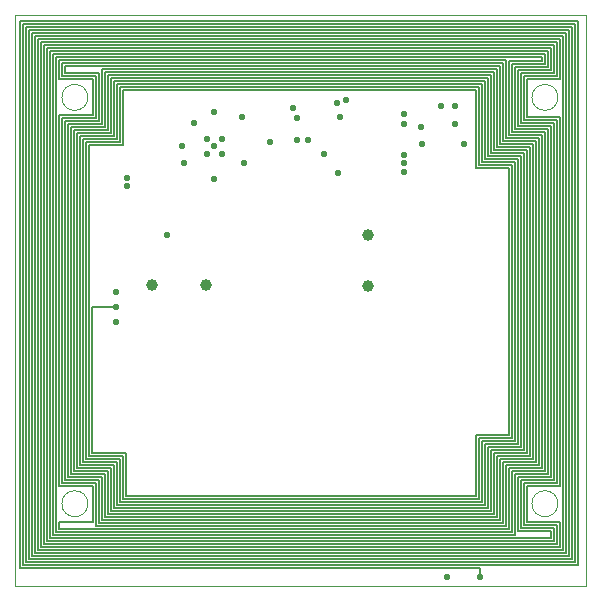
<source format=gbr>
%TF.GenerationSoftware,KiCad,Pcbnew,(5.1.4)-1*%
%TF.CreationDate,2019-12-19T17:33:09-07:00*%
%TF.ProjectId,SolarCellX_v3,536f6c61-7243-4656-9c6c-585f76332e6b,rev?*%
%TF.SameCoordinates,Original*%
%TF.FileFunction,Copper,L3,Inr*%
%TF.FilePolarity,Positive*%
%FSLAX46Y46*%
G04 Gerber Fmt 4.6, Leading zero omitted, Abs format (unit mm)*
G04 Created by KiCad (PCBNEW (5.1.4)-1) date 2019-12-19 17:33:09*
%MOMM*%
%LPD*%
G04 APERTURE LIST*
%ADD10C,0.050000*%
%ADD11C,1.000000*%
%ADD12C,0.584200*%
%ADD13C,0.127000*%
G04 APERTURE END LIST*
D10*
X96200000Y-47000000D02*
G75*
G03X96200000Y-47000000I-1100000J0D01*
G01*
X96200000Y-81400000D02*
G75*
G03X96200000Y-81400000I-1100000J0D01*
G01*
X136000000Y-81400000D02*
G75*
G03X136000000Y-81400000I-1100000J0D01*
G01*
X136000000Y-47000000D02*
G75*
G03X136000000Y-47000000I-1100000J0D01*
G01*
X90000000Y-88400000D02*
X138400000Y-88400000D01*
X90000000Y-88400000D02*
X90000000Y-40000000D01*
X138400000Y-40000000D02*
X138400000Y-88400000D01*
X90000000Y-40000000D02*
X138400000Y-40000000D01*
D11*
X101600000Y-62865000D03*
X106172000Y-62865000D03*
X119888000Y-58674000D03*
X119888000Y-62992000D03*
D12*
X106253260Y-51754256D03*
X107523260Y-51754256D03*
X106253260Y-50509656D03*
X109410500Y-52514500D03*
X107530900Y-50485040D03*
X106923840Y-51092100D03*
X104302012Y-52519693D03*
X122999500Y-53276500D03*
X122999500Y-52578000D03*
X122999500Y-51879500D03*
X122999500Y-49276000D03*
X124523500Y-50927000D03*
X122999500Y-48387000D03*
X124396500Y-49466500D03*
X117537610Y-48650791D03*
X117348000Y-53403500D03*
X128079500Y-50927000D03*
X126111000Y-47752000D03*
X127317500Y-47752000D03*
X118047740Y-47243775D03*
X127317500Y-49276000D03*
X117284500Y-47434502D03*
X105156000Y-49149000D03*
X111633000Y-50800000D03*
X113919000Y-48768000D03*
X116205000Y-51752500D03*
X106870500Y-48260000D03*
X109232672Y-48653690D03*
X104144156Y-51144656D03*
X102933500Y-58674000D03*
X99504500Y-53848000D03*
X99504500Y-54483000D03*
X126619000Y-87630000D03*
X98552000Y-64770000D03*
X98552000Y-63500000D03*
X98552000Y-66040000D03*
X129413000Y-87630000D03*
X113919000Y-50609500D03*
X114871500Y-50609500D03*
X106913660Y-53938656D03*
X113538000Y-47879000D03*
D13*
X130556000Y-82296000D02*
X129921000Y-82296000D01*
X130556000Y-77089000D02*
X130556000Y-82296000D01*
X133350000Y-77089000D02*
X130556000Y-77089000D01*
X133350000Y-51435000D02*
X133350000Y-77089000D01*
X130556000Y-51435000D02*
X133350000Y-51435000D01*
X130556000Y-44831000D02*
X130556000Y-51435000D01*
X97409000Y-44577000D02*
X130810000Y-44577000D01*
X97663000Y-82550000D02*
X97663000Y-78867000D01*
X131064000Y-82804000D02*
X97409000Y-82804000D01*
X130048000Y-82296000D02*
X129921000Y-82296000D01*
X131064000Y-77597000D02*
X131064000Y-82804000D01*
X96901000Y-79629000D02*
X93980000Y-79629000D01*
X133604000Y-51181000D02*
X133604000Y-77343000D01*
X94488000Y-79121000D02*
X94488000Y-49276000D01*
X97663000Y-44831000D02*
X130556000Y-44831000D01*
X94488000Y-49276000D02*
X97409000Y-49276000D01*
X131318000Y-44069000D02*
X131318000Y-50673000D01*
X97155000Y-49022000D02*
X97155000Y-44958000D01*
X133858000Y-50927000D02*
X133858000Y-77597000D01*
X93980000Y-79629000D02*
X93980000Y-48768000D01*
X93980000Y-48768000D02*
X96901000Y-48768000D01*
X96901000Y-48768000D02*
X96901000Y-45212000D01*
X96901000Y-45212000D02*
X93980000Y-45212000D01*
X93980000Y-45212000D02*
X93980000Y-44069000D01*
X93980000Y-44069000D02*
X131318000Y-44069000D01*
X131318000Y-50673000D02*
X134112000Y-50673000D01*
X134112000Y-50673000D02*
X134112000Y-77851000D01*
X134112000Y-77851000D02*
X131318000Y-77851000D01*
X131318000Y-77851000D02*
X131318000Y-83058000D01*
X131318000Y-83058000D02*
X97155000Y-83058000D01*
X97155000Y-79375000D02*
X94234000Y-79375000D01*
X94234000Y-79375000D02*
X94234000Y-49022000D01*
X94234000Y-49022000D02*
X97155000Y-49022000D01*
X97155000Y-44958000D02*
X94234000Y-44958000D01*
X94234000Y-44958000D02*
X94234000Y-44323000D01*
X94234000Y-44323000D02*
X131064000Y-44323000D01*
X131064000Y-44323000D02*
X131064000Y-50927000D01*
X131064000Y-50927000D02*
X133858000Y-50927000D01*
X133858000Y-77597000D02*
X131064000Y-77597000D01*
X97409000Y-82804000D02*
X97409000Y-79121000D01*
X97409000Y-79121000D02*
X94488000Y-79121000D01*
X97409000Y-49276000D02*
X97409000Y-44577000D01*
X130810000Y-44577000D02*
X130810000Y-51181000D01*
X130810000Y-51181000D02*
X133604000Y-51181000D01*
X133604000Y-77343000D02*
X130810000Y-77343000D01*
X130810000Y-77343000D02*
X130810000Y-82550000D01*
X130810000Y-82550000D02*
X97663000Y-82550000D01*
X97663000Y-78867000D02*
X94742000Y-78867000D01*
X94742000Y-78867000D02*
X94742000Y-49530000D01*
X94742000Y-49530000D02*
X97663000Y-49530000D01*
X97663000Y-49530000D02*
X97663000Y-44831000D01*
X129413000Y-86868000D02*
X129413000Y-87630000D01*
X90424000Y-86868000D02*
X129413000Y-86868000D01*
X90424000Y-40513000D02*
X90424000Y-86868000D01*
X137668000Y-40513000D02*
X90424000Y-40513000D01*
X137668000Y-86614000D02*
X137668000Y-40513000D01*
X90678000Y-86614000D02*
X137668000Y-86614000D01*
X90678000Y-40767000D02*
X90678000Y-86614000D01*
X90932000Y-86360000D02*
X137414000Y-86360000D01*
X90932000Y-41021000D02*
X90932000Y-86360000D01*
X137160000Y-41021000D02*
X90932000Y-41021000D01*
X137160000Y-86106000D02*
X137160000Y-41021000D01*
X91186000Y-86106000D02*
X137160000Y-86106000D01*
X91186000Y-41275000D02*
X91186000Y-86106000D01*
X136906000Y-41275000D02*
X91186000Y-41275000D01*
X91440000Y-41529000D02*
X91440000Y-85852000D01*
X136652000Y-41529000D02*
X91440000Y-41529000D01*
X136652000Y-85598000D02*
X136652000Y-41529000D01*
X91694000Y-85598000D02*
X136652000Y-85598000D01*
X91694000Y-41783000D02*
X91694000Y-85598000D01*
X136398000Y-41783000D02*
X91694000Y-41783000D01*
X136398000Y-85344000D02*
X136398000Y-41783000D01*
X91948000Y-85344000D02*
X136398000Y-85344000D01*
X91948000Y-42037000D02*
X91948000Y-85344000D01*
X136144000Y-42037000D02*
X91948000Y-42037000D01*
X136144000Y-45466000D02*
X136144000Y-42037000D01*
X133350000Y-45466000D02*
X136144000Y-45466000D01*
X133350000Y-48641000D02*
X133350000Y-45466000D01*
X136144000Y-48641000D02*
X133350000Y-48641000D01*
X136144000Y-79883000D02*
X136144000Y-48641000D01*
X133350000Y-79883000D02*
X136144000Y-79883000D01*
X133350000Y-82931000D02*
X133350000Y-79883000D01*
X136144000Y-82931000D02*
X133350000Y-82931000D01*
X136144000Y-85090000D02*
X136144000Y-82931000D01*
X92202000Y-85090000D02*
X136144000Y-85090000D01*
X92202000Y-42291000D02*
X92202000Y-85090000D01*
X135890000Y-42291000D02*
X92202000Y-42291000D01*
X135890000Y-45212000D02*
X135890000Y-42291000D01*
X133096000Y-45212000D02*
X135890000Y-45212000D01*
X132080000Y-49911000D02*
X132080000Y-44196000D01*
X135128000Y-43053000D02*
X92964000Y-43053000D01*
X134874000Y-78613000D02*
X134874000Y-49911000D01*
X132842000Y-79375000D02*
X135636000Y-79375000D01*
X132080000Y-83820000D02*
X132080000Y-78613000D01*
X93218000Y-43307000D02*
X93218000Y-84074000D01*
X93472000Y-43561000D02*
X93472000Y-83820000D01*
X134620000Y-43561000D02*
X93472000Y-43561000D01*
X135890000Y-83185000D02*
X133096000Y-83185000D01*
X131826000Y-50165000D02*
X131826000Y-43942000D01*
X134620000Y-50165000D02*
X131826000Y-50165000D01*
X132080000Y-44196000D02*
X134874000Y-44196000D01*
X134620000Y-78359000D02*
X134620000Y-50165000D01*
X131826000Y-78359000D02*
X134620000Y-78359000D01*
X137414000Y-86360000D02*
X137414000Y-40767000D01*
X134874000Y-43307000D02*
X93218000Y-43307000D01*
X135890000Y-84836000D02*
X135890000Y-83185000D01*
X131826000Y-83566000D02*
X131826000Y-78359000D01*
X134874000Y-44196000D02*
X134874000Y-43307000D01*
X135382000Y-49403000D02*
X132588000Y-49403000D01*
X93726000Y-83566000D02*
X131826000Y-83566000D01*
X132842000Y-83439000D02*
X132842000Y-79375000D01*
X137414000Y-40767000D02*
X90678000Y-40767000D01*
X131572000Y-50419000D02*
X131572000Y-43815000D01*
X132334000Y-44450000D02*
X135128000Y-44450000D01*
X96647000Y-48514000D02*
X93726000Y-48514000D01*
X134366000Y-50419000D02*
X131572000Y-50419000D01*
X92710000Y-42799000D02*
X92710000Y-84582000D01*
X134366000Y-78105000D02*
X134366000Y-50419000D01*
X134620000Y-43942000D02*
X134620000Y-43561000D01*
X93726000Y-48514000D02*
X93726000Y-79883000D01*
X135636000Y-42545000D02*
X92456000Y-42545000D01*
X131572000Y-78105000D02*
X134366000Y-78105000D01*
X132080000Y-78613000D02*
X134874000Y-78613000D01*
X96901000Y-83312000D02*
X131572000Y-83312000D01*
X92710000Y-84582000D02*
X135636000Y-84582000D01*
X134874000Y-49911000D02*
X132080000Y-49911000D01*
X133096000Y-48895000D02*
X133096000Y-45212000D01*
X131572000Y-43815000D02*
X93726000Y-43815000D01*
X131572000Y-83312000D02*
X131572000Y-78105000D01*
X93472000Y-83820000D02*
X132080000Y-83820000D01*
X93726000Y-43815000D02*
X93726000Y-45466000D01*
X96647000Y-45466000D02*
X96647000Y-48514000D01*
X93726000Y-79883000D02*
X96647000Y-79883000D01*
X135636000Y-44958000D02*
X135636000Y-42545000D01*
X96647000Y-79883000D02*
X96647000Y-82931000D01*
X133096000Y-79629000D02*
X135890000Y-79629000D01*
X93726000Y-45466000D02*
X96647000Y-45466000D01*
X136906000Y-85852000D02*
X136906000Y-41275000D01*
X96647000Y-82931000D02*
X93726000Y-82931000D01*
X131826000Y-43942000D02*
X134620000Y-43942000D01*
X93726000Y-82931000D02*
X93726000Y-83566000D01*
X135382000Y-42799000D02*
X92710000Y-42799000D01*
X93218000Y-84074000D02*
X132334000Y-84074000D01*
X135636000Y-79375000D02*
X135636000Y-49149000D01*
X91440000Y-85852000D02*
X136906000Y-85852000D01*
X132334000Y-84074000D02*
X132334000Y-78867000D01*
X135128000Y-49657000D02*
X132334000Y-49657000D01*
X132334000Y-78867000D02*
X135128000Y-78867000D01*
X135128000Y-78867000D02*
X135128000Y-49657000D01*
X132334000Y-49657000D02*
X132334000Y-44450000D01*
X135128000Y-44450000D02*
X135128000Y-43053000D01*
X92964000Y-43053000D02*
X92964000Y-84328000D01*
X92964000Y-84328000D02*
X135382000Y-84328000D01*
X135382000Y-84328000D02*
X135382000Y-83693000D01*
X135382000Y-83693000D02*
X132588000Y-83693000D01*
X132588000Y-83693000D02*
X132588000Y-79121000D01*
X132588000Y-79121000D02*
X135382000Y-79121000D01*
X135382000Y-79121000D02*
X135382000Y-49403000D01*
X132588000Y-49403000D02*
X132588000Y-44704000D01*
X132588000Y-44704000D02*
X135382000Y-44704000D01*
X135382000Y-44704000D02*
X135382000Y-42799000D01*
X135636000Y-84582000D02*
X135636000Y-83439000D01*
X135636000Y-83439000D02*
X132842000Y-83439000D01*
X135636000Y-49149000D02*
X132842000Y-49149000D01*
X132842000Y-49149000D02*
X132842000Y-44958000D01*
X132842000Y-44958000D02*
X135636000Y-44958000D01*
X92456000Y-42545000D02*
X92456000Y-84836000D01*
X92456000Y-84836000D02*
X135890000Y-84836000D01*
X133096000Y-83185000D02*
X133096000Y-79629000D01*
X135890000Y-79629000D02*
X135890000Y-48895000D01*
X135890000Y-48895000D02*
X133096000Y-48895000D01*
X96901000Y-79629000D02*
X96901000Y-83312000D01*
X97155000Y-79375000D02*
X97155000Y-83058000D01*
X96520000Y-77089000D02*
X96520000Y-64770000D01*
X99441000Y-77089000D02*
X96520000Y-77089000D01*
X99441000Y-80772000D02*
X99441000Y-77089000D01*
X129032000Y-80772000D02*
X99441000Y-80772000D01*
X131826000Y-75565000D02*
X129032000Y-75565000D01*
X131826000Y-52959000D02*
X131826000Y-75565000D01*
X129032000Y-52959000D02*
X131826000Y-52959000D01*
X99187000Y-51054000D02*
X99187000Y-46355000D01*
X96266000Y-51054000D02*
X99187000Y-51054000D01*
X96266000Y-77343000D02*
X96266000Y-51054000D01*
X99187000Y-77343000D02*
X96266000Y-77343000D01*
X99187000Y-81026000D02*
X99187000Y-77343000D01*
X129286000Y-81026000D02*
X99187000Y-81026000D01*
X129286000Y-75819000D02*
X129286000Y-81026000D01*
X132080000Y-52705000D02*
X132080000Y-75819000D01*
X98933000Y-46101000D02*
X129286000Y-46101000D01*
X96012000Y-77597000D02*
X96012000Y-50800000D01*
X132334000Y-76073000D02*
X129540000Y-76073000D01*
X132334000Y-52451000D02*
X132334000Y-76073000D01*
X98679000Y-45847000D02*
X129540000Y-45847000D01*
X98679000Y-50546000D02*
X98679000Y-45847000D01*
X95758000Y-50546000D02*
X98679000Y-50546000D01*
X98679000Y-77851000D02*
X95758000Y-77851000D01*
X98679000Y-81534000D02*
X98679000Y-77851000D01*
X129794000Y-81534000D02*
X98679000Y-81534000D01*
X132588000Y-76327000D02*
X129794000Y-76327000D01*
X132588000Y-52197000D02*
X132588000Y-76327000D01*
X129794000Y-52197000D02*
X132588000Y-52197000D01*
X129794000Y-45593000D02*
X129794000Y-52197000D01*
X98425000Y-45593000D02*
X129794000Y-45593000D01*
X98425000Y-50292000D02*
X98425000Y-45593000D01*
X98425000Y-78105000D02*
X95504000Y-78105000D01*
X129286000Y-46101000D02*
X129286000Y-52705000D01*
X129032000Y-75565000D02*
X129032000Y-80772000D01*
X132842000Y-76581000D02*
X130048000Y-76581000D01*
X129540000Y-81280000D02*
X98933000Y-81280000D01*
X130048000Y-45339000D02*
X130048000Y-51943000D01*
X130048000Y-76581000D02*
X130048000Y-81788000D01*
X130048000Y-51943000D02*
X132842000Y-51943000D01*
X96012000Y-50800000D02*
X98933000Y-50800000D01*
X129794000Y-76327000D02*
X129794000Y-81534000D01*
X96520000Y-64770000D02*
X98552000Y-64770000D01*
X129921000Y-82296000D02*
X97917000Y-82296000D01*
X133096000Y-51689000D02*
X133096000Y-76835000D01*
X98933000Y-81280000D02*
X98933000Y-77597000D01*
X95504000Y-50292000D02*
X98425000Y-50292000D01*
X99187000Y-46355000D02*
X129032000Y-46355000D01*
X98425000Y-81788000D02*
X98425000Y-78105000D01*
X98933000Y-77597000D02*
X96012000Y-77597000D01*
X95250000Y-78359000D02*
X95250000Y-50038000D01*
X129540000Y-76073000D02*
X129540000Y-81280000D01*
X129286000Y-52705000D02*
X132080000Y-52705000D01*
X97917000Y-82296000D02*
X97917000Y-78613000D01*
X97917000Y-78613000D02*
X94996000Y-78613000D01*
X132080000Y-75819000D02*
X129286000Y-75819000D01*
X95504000Y-78105000D02*
X95504000Y-50292000D01*
X130302000Y-45085000D02*
X130302000Y-51689000D01*
X129540000Y-45847000D02*
X129540000Y-52451000D01*
X98933000Y-50800000D02*
X98933000Y-46101000D01*
X129032000Y-46355000D02*
X129032000Y-52959000D01*
X133096000Y-76835000D02*
X130302000Y-76835000D01*
X130048000Y-81788000D02*
X98425000Y-81788000D01*
X130302000Y-76835000D02*
X130302000Y-82042000D01*
X129540000Y-52451000D02*
X132334000Y-52451000D01*
X132842000Y-51943000D02*
X132842000Y-76581000D01*
X94996000Y-49784000D02*
X97917000Y-49784000D01*
X98171000Y-82042000D02*
X98171000Y-78359000D01*
X95758000Y-77851000D02*
X95758000Y-50546000D01*
X94996000Y-78613000D02*
X94996000Y-49784000D01*
X98171000Y-45339000D02*
X130048000Y-45339000D01*
X97917000Y-49784000D02*
X97917000Y-45085000D01*
X97917000Y-45085000D02*
X130302000Y-45085000D01*
X130302000Y-51689000D02*
X133096000Y-51689000D01*
X130302000Y-82042000D02*
X98171000Y-82042000D01*
X98171000Y-78359000D02*
X95250000Y-78359000D01*
X95250000Y-50038000D02*
X98171000Y-50038000D01*
X98171000Y-50038000D02*
X98171000Y-45339000D01*
M02*

</source>
